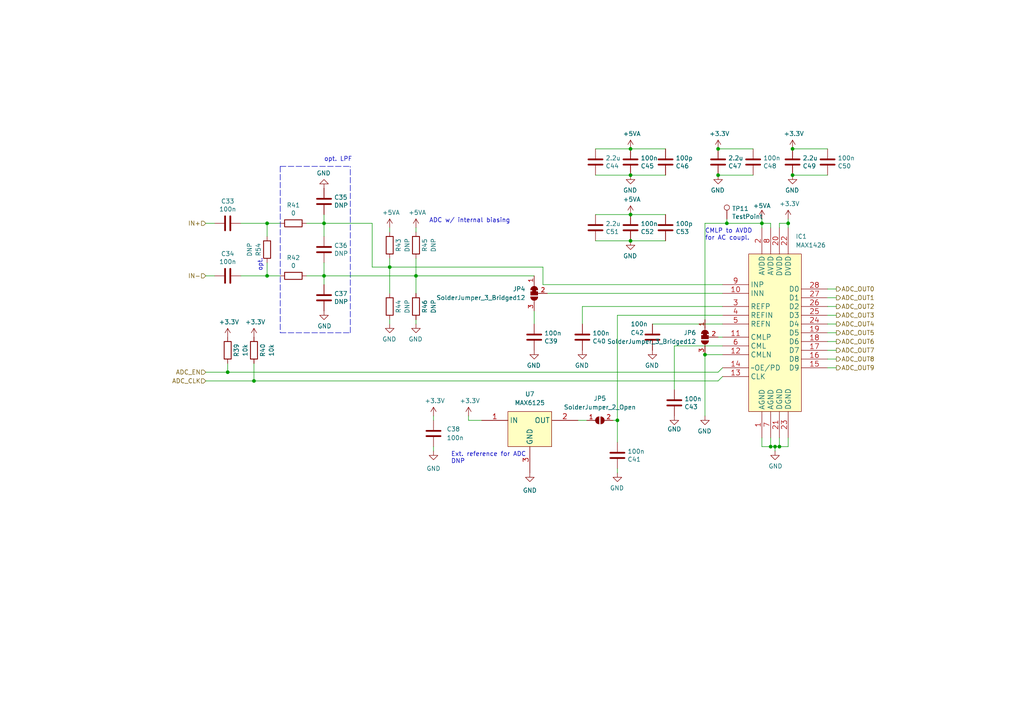
<source format=kicad_sch>
(kicad_sch (version 20211123) (generator eeschema)
  (paper "A4")
  (lib_symbols
    (symbol "Connector:TestPoint" (pin_numbers hide) (pin_names (offset 0.762) hide)
      (property "Reference" "TP" (at 0 6.858 0))
      (property "Value" "TestPoint" (at 0 5.08 0))
      (symbol "TestPoint_0_1"
        (circle (center 0 3.302) (radius 0.762))
      )
      (symbol "TestPoint_1_1"
        (pin passive line (at 0 0 90) (length 2.54) (name "1") (number "1"))
      )
    )
    (symbol "Device:C" (pin_numbers hide) (pin_names (offset 0.254))
      (property "Reference" "C" (at 0.635 2.54 0))
      (property "Value" "C" (at 0.635 -2.54 0))
      (symbol "C_0_1"
        (polyline (pts (xy -2.032 -0.762) (xy 2.032 -0.762)) (stroke (width 0.508)))
        (polyline (pts (xy -2.032 0.762) (xy 2.032 0.762)) (stroke (width 0.508)))
      )
      (symbol "C_1_1"
        (pin passive line (at 0 3.81 270) (length 2.794) (name "~") (number "1"))
        (pin passive line (at 0 -3.81 90) (length 2.794) (name "~") (number "2"))
      )
    )
    (symbol "Device:R" (pin_numbers hide) (pin_names (offset 0))
      (property "Reference" "R" (at 2.032 0 90))
      (property "Value" "R" (at 0 0 90))
      (symbol "R_0_1"
        (rectangle (start -1.016 -2.54) (end 1.016 2.54) (stroke (width 0.254)))
      )
      (symbol "R_1_1"
        (pin passive line (at 0 3.81 270) (length 1.27) (name "~") (number "1"))
        (pin passive line (at 0 -3.81 90) (length 1.27) (name "~") (number "2"))
      )
    )
    (symbol "Jumper:SolderJumper_2_Open" (pin_names (offset 0) hide)
      (property "Reference" "JP" (at 0 2.032 0))
      (property "Value" "SolderJumper_2_Open" (at 0 -2.54 0))
      (symbol "SolderJumper_2_Open_0_1"
        (arc (start -0.254 1.016) (mid -1.27 0) (end -0.254 -1.016))
        (arc (start -0.254 1.016) (mid -1.27 0) (end -0.254 -1.016) (fill (type outline)))
        (polyline (pts (xy -0.254 1.016) (xy -0.254 -1.016)))
        (polyline (pts (xy 0.254 1.016) (xy 0.254 -1.016)))
        (arc (start 0.254 -1.016) (mid 1.27 0) (end 0.254 1.016))
        (arc (start 0.254 -1.016) (mid 1.27 0) (end 0.254 1.016) (fill (type outline)))
      )
      (symbol "SolderJumper_2_Open_1_1"
        (pin passive line (at -3.81 0 0) (length 2.54) (name "A") (number "1"))
        (pin passive line (at 3.81 0 180) (length 2.54) (name "B") (number "2"))
      )
    )
    (symbol "Jumper:SolderJumper_3_Bridged12" (pin_names (offset 0) hide)
      (property "Reference" "JP" (at -2.54 -2.54 0))
      (property "Value" "SolderJumper_3_Bridged12" (at 0 2.794 0))
      (symbol "SolderJumper_3_Bridged12_0_1"
        (rectangle (start -1.016 0.508) (end -0.508 -0.508) (fill (type outline)))
        (arc (start -1.016 1.016) (mid -2.032 0) (end -1.016 -1.016))
        (arc (start -1.016 1.016) (mid -2.032 0) (end -1.016 -1.016) (fill (type outline)))
        (rectangle (start -0.508 1.016) (end 0.508 -1.016) (fill (type outline)))
        (polyline (pts (xy -2.54 0) (xy -2.032 0)))
        (polyline (pts (xy -1.016 1.016) (xy -1.016 -1.016)))
        (polyline (pts (xy 0 -1.27) (xy 0 -1.016)))
        (polyline (pts (xy 1.016 1.016) (xy 1.016 -1.016)))
        (polyline (pts (xy 2.54 0) (xy 2.032 0)))
        (arc (start 1.016 -1.016) (mid 2.032 0) (end 1.016 1.016))
        (arc (start 1.016 -1.016) (mid 2.032 0) (end 1.016 1.016) (fill (type outline)))
      )
      (symbol "SolderJumper_3_Bridged12_1_1"
        (pin passive line (at -5.08 0 0) (length 2.54) (name "A") (number "1"))
        (pin passive line (at 0 -3.81 90) (length 2.54) (name "C") (number "2"))
        (pin passive line (at 5.08 0 180) (length 2.54) (name "B") (number "3"))
      )
    )
    (symbol "UserLibrary:MAX1426"
      (property "Reference" "IC" (at -11.43 0 0))
      (property "Value" "MAX1426" (at -11.43 -2.54 0))
      (symbol "MAX1426_0_1"
        (rectangle (start -7.62 -5.08) (end 7.62 -50.8) (fill (type background)))
      )
      (symbol "MAX1426_1_1"
        (pin power_in line (at -3.81 -58.42 90) (length 7.62) (name "AGND") (number "1"))
        (pin input line (at -15.24 -16.51 0) (length 7.62) (name "INN") (number "10"))
        (pin input line (at -15.24 -29.21 0) (length 7.62) (name "CMLP") (number "11"))
        (pin input line (at -15.24 -34.29 0) (length 7.62) (name "CMLN") (number "12"))
        (pin input line (at -15.24 -40.64 0) (length 7.62) (name "CLK") (number "13"))
        (pin input line (at -15.24 -38.1 0) (length 7.62) (name "~OE/PD") (number "14"))
        (pin input line (at 15.24 -38.1 180) (length 7.62) (name "D9") (number "15"))
        (pin input line (at 15.24 -35.56 180) (length 7.62) (name "D8") (number "16"))
        (pin input line (at 15.24 -33.02 180) (length 7.62) (name "D7") (number "17"))
        (pin input line (at 15.24 -30.48 180) (length 7.62) (name "D6") (number "18"))
        (pin input line (at 15.24 -27.94 180) (length 7.62) (name "D5") (number "19"))
        (pin power_in line (at -3.81 2.54 270) (length 7.62) (name "AVDD") (number "2"))
        (pin power_in line (at 1.27 2.54 270) (length 7.62) (name "DVDD") (number "20"))
        (pin power_in line (at 1.27 -58.42 90) (length 7.62) (name "DGND") (number "21"))
        (pin power_in line (at 3.81 2.54 270) (length 7.62) (name "DVDD") (number "22"))
        (pin power_in line (at 3.81 -58.42 90) (length 7.62) (name "DGND") (number "23"))
        (pin input line (at 15.24 -25.4 180) (length 7.62) (name "D4") (number "24"))
        (pin input line (at 15.24 -22.86 180) (length 7.62) (name "D3") (number "25"))
        (pin input line (at 15.24 -20.32 180) (length 7.62) (name "D2") (number "26"))
        (pin input line (at 15.24 -17.78 180) (length 7.62) (name "D1") (number "27"))
        (pin input line (at 15.24 -15.24 180) (length 7.62) (name "D0") (number "28"))
        (pin input line (at -15.24 -20.32 0) (length 7.62) (name "REFP") (number "3"))
        (pin input line (at -15.24 -22.86 0) (length 7.62) (name "REFIN") (number "4"))
        (pin input line (at -15.24 -25.4 0) (length 7.62) (name "REFN") (number "5"))
        (pin input line (at -15.24 -31.75 0) (length 7.62) (name "CML") (number "6"))
        (pin power_in line (at -1.27 -58.42 90) (length 7.62) (name "AGND") (number "7"))
        (pin power_in line (at -1.27 2.54 270) (length 7.62) (name "AVDD") (number "8"))
        (pin input line (at -15.24 -13.97 0) (length 7.62) (name "INP") (number "9"))
      )
    )
    (symbol "UserLibrary:MAX6125"
      (property "Reference" "U?" (at 0 5.08 0))
      (property "Value" "MAX6125" (at 0 2.54 0))
      (symbol "MAX6125_0_1"
        (rectangle (start -6.35 0) (end 6.35 -10.16) (fill (type background)))
      )
      (symbol "MAX6125_1_1"
        (pin power_in line (at -13.97 -2.54 0) (length 7.62) (name "IN") (number "1"))
        (pin output line (at 13.97 -2.54 180) (length 7.62) (name "OUT") (number "2"))
        (pin power_in line (at 0 -17.78 90) (length 7.62) (name "GND") (number "3"))
      )
    )
    (symbol "power:+3.3V" (power) (pin_names (offset 0))
      (property "Value" "+3.3V" (at 0 3.556 0))
      (symbol "+3.3V_0_1"
        (polyline (pts (xy -0.762 1.27) (xy 0 2.54)))
        (polyline (pts (xy 0 0) (xy 0 2.54)))
        (polyline (pts (xy 0 2.54) (xy 0.762 1.27)))
      )
      (symbol "+3.3V_1_1"
        (pin power_in line (at 0 0 90) (length 0) hide (name "+3.3V") (number "1"))
      )
    )
    (symbol "power:+5VA" (power) (pin_names (offset 0))
      (property "Value" "+5VA" (at 0 3.556 0))
      (symbol "+5VA_0_1"
        (polyline (pts (xy -0.762 1.27) (xy 0 2.54)))
        (polyline (pts (xy 0 0) (xy 0 2.54)))
        (polyline (pts (xy 0 2.54) (xy 0.762 1.27)))
      )
      (symbol "+5VA_1_1"
        (pin power_in line (at 0 0 90) (length 0) hide (name "+5VA") (number "1"))
      )
    )
    (symbol "power:GND" (power) (pin_names (offset 0))
      (property "Value" "GND" (at 0 -3.81 0))
      (symbol "GND_0_1"
        (polyline (pts (xy 0 0) (xy 0 -1.27) (xy 1.27 -1.27) (xy 0 -2.54) (xy -1.27 -1.27) (xy 0 -1.27)))
      )
      (symbol "GND_1_1"
        (pin power_in line (at 0 0 270) (length 0) hide (name "GND") (number "1"))
      )
    )
  )
  (junction (at 182.88 69.85))
  (junction (at 113.03 77.47))
  (junction (at 93.98 80.01))
  (junction (at 66.04 107.95))
  (junction (at 229.87 50.8))
  (junction (at 220.98 64.77))
  (junction (at 208.28 43.18))
  (junction (at 228.6 64.77))
  (junction (at 204.47 102.87))
  (junction (at 229.87 43.18))
  (junction (at 77.47 64.77))
  (junction (at 179.07 121.92))
  (junction (at 182.88 62.23))
  (junction (at 208.28 50.8))
  (junction (at 182.88 50.8))
  (junction (at 210.82 64.77))
  (junction (at 224.79 129.54))
  (junction (at 77.47 80.01))
  (junction (at 223.52 129.54))
  (junction (at 93.98 64.77))
  (junction (at 226.06 129.54))
  (junction (at 73.66 110.49))
  (junction (at 182.88 43.18))
  (junction (at 120.65 80.01))
  (wire (pts (xy 113.03 74.93) (xy 113.03 77.47)))
  (wire (pts (xy 204.47 64.77) (xy 204.47 92.71)))
  (wire (pts (xy 209.55 88.9) (xy 168.91 88.9)))
  (wire (pts (xy 120.65 66.04) (xy 120.65 67.31)))
  (wire (pts (xy 120.65 80.01) (xy 154.94 80.01)))
  (wire (pts (xy 242.57 86.36) (xy 240.03 86.36)))
  (polyline (pts (xy 81.28 96.52) (xy 101.6 96.52)))
  (wire (pts (xy 209.55 97.79) (xy 208.28 97.79)))
  (wire (pts (xy 204.47 102.87) (xy 204.47 120.65)))
  (wire (pts (xy 77.47 64.77) (xy 77.47 68.58)))
  (polyline (pts (xy 81.28 48.26) (xy 81.28 96.52)))
  (wire (pts (xy 242.57 93.98) (xy 240.03 93.98)))
  (wire (pts (xy 125.73 120.65) (xy 125.73 121.92)))
  (wire (pts (xy 88.9 80.01) (xy 93.98 80.01)))
  (wire (pts (xy 113.03 77.47) (xy 113.03 85.09)))
  (wire (pts (xy 210.82 63.5) (xy 210.82 64.77)))
  (wire (pts (xy 220.98 127) (xy 220.98 129.54)))
  (wire (pts (xy 223.52 127) (xy 223.52 129.54)))
  (wire (pts (xy 135.89 121.92) (xy 135.89 120.65)))
  (wire (pts (xy 208.28 50.8) (xy 218.44 50.8)))
  (wire (pts (xy 208.28 110.49) (xy 209.55 109.22)))
  (wire (pts (xy 242.57 88.9) (xy 240.03 88.9)))
  (wire (pts (xy 93.98 64.77) (xy 107.95 64.77)))
  (wire (pts (xy 172.72 69.85) (xy 182.88 69.85)))
  (wire (pts (xy 59.69 110.49) (xy 73.66 110.49)))
  (wire (pts (xy 93.98 80.01) (xy 93.98 82.55)))
  (wire (pts (xy 208.28 107.95) (xy 209.55 106.68)))
  (wire (pts (xy 242.57 83.82) (xy 240.03 83.82)))
  (wire (pts (xy 113.03 66.04) (xy 113.03 67.31)))
  (wire (pts (xy 182.88 50.8) (xy 193.04 50.8)))
  (wire (pts (xy 88.9 64.77) (xy 93.98 64.77)))
  (wire (pts (xy 226.06 66.04) (xy 226.06 64.77)))
  (wire (pts (xy 220.98 129.54) (xy 223.52 129.54)))
  (wire (pts (xy 120.65 80.01) (xy 120.65 85.09)))
  (wire (pts (xy 154.94 93.98) (xy 154.94 90.17)))
  (wire (pts (xy 228.6 129.54) (xy 228.6 127)))
  (wire (pts (xy 179.07 137.16) (xy 179.07 135.89)))
  (wire (pts (xy 120.65 74.93) (xy 120.65 80.01)))
  (wire (pts (xy 223.52 64.77) (xy 223.52 66.04)))
  (wire (pts (xy 182.88 62.23) (xy 193.04 62.23)))
  (wire (pts (xy 77.47 64.77) (xy 81.28 64.77)))
  (wire (pts (xy 77.47 80.01) (xy 81.28 80.01)))
  (wire (pts (xy 179.07 91.44) (xy 179.07 121.92)))
  (wire (pts (xy 59.69 64.77) (xy 62.23 64.77)))
  (wire (pts (xy 113.03 77.47) (xy 157.48 77.47)))
  (wire (pts (xy 224.79 129.54) (xy 226.06 129.54)))
  (wire (pts (xy 139.7 121.92) (xy 135.89 121.92)))
  (wire (pts (xy 66.04 107.95) (xy 208.28 107.95)))
  (wire (pts (xy 220.98 63.5) (xy 220.98 64.77)))
  (wire (pts (xy 195.58 100.33) (xy 195.58 113.03)))
  (wire (pts (xy 158.75 85.09) (xy 209.55 85.09)))
  (wire (pts (xy 93.98 64.77) (xy 93.98 68.58)))
  (wire (pts (xy 195.58 100.33) (xy 209.55 100.33)))
  (wire (pts (xy 210.82 64.77) (xy 220.98 64.77)))
  (wire (pts (xy 167.64 121.92) (xy 170.18 121.92)))
  (wire (pts (xy 242.57 104.14) (xy 240.03 104.14)))
  (polyline (pts (xy 81.28 48.26) (xy 101.6 48.26)))
  (wire (pts (xy 242.57 91.44) (xy 240.03 91.44)))
  (wire (pts (xy 93.98 80.01) (xy 120.65 80.01)))
  (wire (pts (xy 242.57 106.68) (xy 240.03 106.68)))
  (wire (pts (xy 208.28 43.18) (xy 218.44 43.18)))
  (wire (pts (xy 209.55 91.44) (xy 179.07 91.44)))
  (wire (pts (xy 208.28 110.49) (xy 73.66 110.49)))
  (wire (pts (xy 223.52 129.54) (xy 224.79 129.54)))
  (wire (pts (xy 66.04 105.41) (xy 66.04 107.95)))
  (wire (pts (xy 179.07 121.92) (xy 179.07 128.27)))
  (wire (pts (xy 168.91 88.9) (xy 168.91 93.98)))
  (wire (pts (xy 59.69 107.95) (xy 66.04 107.95)))
  (wire (pts (xy 220.98 64.77) (xy 220.98 66.04)))
  (wire (pts (xy 93.98 62.23) (xy 93.98 64.77)))
  (wire (pts (xy 226.06 64.77) (xy 228.6 64.77)))
  (wire (pts (xy 73.66 105.41) (xy 73.66 110.49)))
  (wire (pts (xy 209.55 93.98) (xy 189.23 93.98)))
  (wire (pts (xy 242.57 96.52) (xy 240.03 96.52)))
  (wire (pts (xy 157.48 77.47) (xy 157.48 82.55)))
  (wire (pts (xy 177.8 121.92) (xy 179.07 121.92)))
  (wire (pts (xy 242.57 99.06) (xy 240.03 99.06)))
  (wire (pts (xy 224.79 129.54) (xy 224.79 130.81)))
  (wire (pts (xy 59.69 80.01) (xy 62.23 80.01)))
  (wire (pts (xy 113.03 93.98) (xy 113.03 92.71)))
  (wire (pts (xy 229.87 43.18) (xy 240.03 43.18)))
  (wire (pts (xy 69.85 80.01) (xy 77.47 80.01)))
  (wire (pts (xy 69.85 64.77) (xy 77.47 64.77)))
  (wire (pts (xy 226.06 129.54) (xy 228.6 129.54)))
  (wire (pts (xy 226.06 127) (xy 226.06 129.54)))
  (wire (pts (xy 228.6 64.77) (xy 228.6 66.04)))
  (wire (pts (xy 172.72 43.18) (xy 182.88 43.18)))
  (wire (pts (xy 125.73 129.54) (xy 125.73 130.81)))
  (wire (pts (xy 204.47 64.77) (xy 210.82 64.77)))
  (wire (pts (xy 77.47 76.2) (xy 77.47 80.01)))
  (wire (pts (xy 209.55 82.55) (xy 157.48 82.55)))
  (wire (pts (xy 204.47 102.87) (xy 209.55 102.87)))
  (wire (pts (xy 228.6 63.5) (xy 228.6 64.77)))
  (wire (pts (xy 172.72 62.23) (xy 182.88 62.23)))
  (wire (pts (xy 93.98 76.2) (xy 93.98 80.01)))
  (wire (pts (xy 229.87 50.8) (xy 240.03 50.8)))
  (wire (pts (xy 107.95 64.77) (xy 107.95 77.47)))
  (polyline (pts (xy 101.6 96.52) (xy 101.6 48.26)))
  (wire (pts (xy 107.95 77.47) (xy 113.03 77.47)))
  (wire (pts (xy 172.72 50.8) (xy 182.88 50.8)))
  (wire (pts (xy 242.57 101.6) (xy 240.03 101.6)))
  (wire (pts (xy 182.88 43.18) (xy 193.04 43.18)))
  (wire (pts (xy 182.88 69.85) (xy 193.04 69.85)))
  (wire (pts (xy 220.98 64.77) (xy 223.52 64.77)))
  (wire (pts (xy 120.65 93.98) (xy 120.65 92.71)))
  (text "CMLP to AVDD\nfor AC coupl." (at 204.47 69.85 0) (effects (font (size 1.27 1.27)) (justify left bottom)))
  (text "opt. LPF" (at 93.98 46.99 0) (effects (font (size 1.27 1.27)) (justify left bottom)))
  (text "Ext. reference for ADC\nDNP" (at 130.81 134.62 0) (effects (font (size 1.27 1.27)) (justify left bottom)))
  (text "ADC w/ internal biasing" (at 124.46 64.77 0) (effects (font (size 1.27 1.27)) (justify left bottom)))
  (text "opt." (at 76.2 78.74 90) (effects (font (size 1.27 1.27)) (justify left bottom)))
  (hierarchical_label "ADC_OUT8" (shape output) (at 242.57 104.14 0))
  (hierarchical_label "ADC_OUT1" (shape output) (at 242.57 86.36 0))
  (hierarchical_label "IN-" (shape input) (at 59.69 80.01 180))
  (hierarchical_label "ADC_OUT6" (shape output) (at 242.57 99.06 0))
  (hierarchical_label "IN+" (shape input) (at 59.69 64.77 180))
  (hierarchical_label "ADC_OUT3" (shape output) (at 242.57 91.44 0))
  (hierarchical_label "ADC_OUT9" (shape output) (at 242.57 106.68 0))
  (hierarchical_label "ADC_OUT2" (shape output) (at 242.57 88.9 0))
  (hierarchical_label "ADC_CLK" (shape input) (at 59.69 110.49 180))
  (hierarchical_label "ADC_OUT7" (shape output) (at 242.57 101.6 0))
  (hierarchical_label "ADC_OUT5" (shape output) (at 242.57 96.52 0))
  (hierarchical_label "ADC_OUT0" (shape output) (at 242.57 83.82 0))
  (hierarchical_label "ADC_EN" (shape input) (at 59.69 107.95 180))
  (hierarchical_label "ADC_OUT4" (shape output) (at 242.57 93.98 0))
  (symbol (lib_id "Device:C") (at 154.94 97.79 0) (mirror x) (unit 1)
    (property "Reference" "C39" (at 157.861 98.9584 0) (effects (justify left)))
    (property "Value" "100n" (at 157.861 96.647 0) (effects (justify left)))
    (property "Footprint" "Capacitor_SMD:C_0603_1608Metric_Pad1.08x0.95mm_HandSolder" (effects hide))
  )
  (symbol (lib_id "Device:C") (at 229.87 46.99 0) (mirror x) (unit 1)
    (property "Reference" "C49" (at 232.791 48.1584 0) (effects (justify left)))
    (property "Value" "2.2u" (at 232.791 45.847 0) (effects (justify left)))
    (property "Footprint" "Capacitor_SMD:C_0603_1608Metric_Pad1.08x0.95mm_HandSolder" (effects hide))
  )
  (symbol (lib_id "power:+3.3V") (at 135.89 120.65 0) (unit 1)
    (property "Reference" "#PWR081" (effects hide))
    (property "Value" "+3.3V" (at 136.271 116.2558 0))
  )
  (symbol (lib_id "power:+3.3V") (at 228.6 63.5 0) (unit 1)
    (property "Reference" "#PWR091" (effects hide))
    (property "Value" "+3.3V" (at 228.981 59.1058 0))
  )
  (symbol (lib_id "power:GND") (at 189.23 101.6 0) (mirror y) (unit 1)
    (property "Reference" "#PWR086" (effects hide))
    (property "Value" "GND" (at 189.103 105.9942 0))
  )
  (symbol (lib_id "UserLibrary:MAX6125") (at 153.67 119.38 0) (unit 1)
    (property "Reference" "U7" (at 153.67 114.3 0))
    (property "Value" "MAX6125" (at 153.67 116.84 0))
    (property "Footprint" "Package_TO_SOT_SMD:SOT-23" (effects hide))
  )
  (symbol (lib_id "power:GND") (at 93.98 54.61 180) (unit 1)
    (property "Reference" "#PWR073" (effects hide))
    (property "Value" "GND" (at 93.853 50.2158 0))
  )
  (symbol (lib_id "Device:R") (at 85.09 64.77 270) (unit 1)
    (property "Reference" "R41" (at 85.09 59.5122 90))
    (property "Value" "0" (at 85.09 61.8236 90))
    (property "Footprint" "Resistor_SMD:R_0603_1608Metric_Pad0.98x0.95mm_HandSolder" (effects hide))
  )
  (symbol (lib_id "Device:C") (at 172.72 66.04 0) (mirror x) (unit 1)
    (property "Reference" "C51" (at 175.641 67.2084 0) (effects (justify left)))
    (property "Value" "2.2u" (at 175.641 64.897 0) (effects (justify left)))
    (property "Footprint" "Capacitor_SMD:C_0603_1608Metric_Pad1.08x0.95mm_HandSolder" (effects hide))
  )
  (symbol (lib_id "power:GND") (at 204.47 120.65 0) (mirror y) (unit 1)
    (property "Reference" "#PWR088" (effects hide))
    (property "Value" "GND" (at 204.343 125.0442 0))
  )
  (symbol (lib_id "power:GND") (at 179.07 137.16 0) (mirror y) (unit 1)
    (property "Reference" "#PWR085" (effects hide))
    (property "Value" "GND" (at 178.943 141.5542 0))
  )
  (symbol (lib_id "Device:C") (at 193.04 66.04 0) (mirror x) (unit 1)
    (property "Reference" "C53" (at 195.961 67.2084 0) (effects (justify left)))
    (property "Value" "100p" (at 195.961 64.897 0) (effects (justify left)))
    (property "Footprint" "Capacitor_SMD:C_0603_1608Metric_Pad1.08x0.95mm_HandSolder" (effects hide))
  )
  (symbol (lib_id "power:+3.3V") (at 229.87 43.18 0) (unit 1)
    (property "Reference" "#PWR094" (effects hide))
    (property "Value" "+3.3V" (at 230.251 38.7858 0))
  )
  (symbol (lib_id "power:GND") (at 113.03 93.98 0) (mirror y) (unit 1)
    (property "Reference" "#PWR076" (effects hide))
    (property "Value" "GND" (at 112.903 98.3742 0))
  )
  (symbol (lib_id "Device:R") (at 120.65 71.12 0) (unit 1)
    (property "Reference" "R45" (at 123.19 71.12 90))
    (property "Value" "DNP" (at 125.73 71.12 90))
    (property "Footprint" "Resistor_SMD:R_0603_1608Metric_Pad0.98x0.95mm_HandSolder" (effects hide))
  )
  (symbol (lib_id "power:GND") (at 182.88 69.85 0) (mirror y) (unit 1)
    (property "Reference" "#PWR099" (effects hide))
    (property "Value" "GND" (at 182.753 74.2442 0))
  )
  (symbol (lib_id "power:+3.3V") (at 125.73 120.65 0) (unit 1)
    (property "Reference" "#PWR079" (effects hide))
    (property "Value" "+3.3V" (at 126.111 116.2558 0))
  )
  (symbol (lib_id "Device:C") (at 193.04 46.99 0) (mirror x) (unit 1)
    (property "Reference" "C46" (at 195.961 48.1584 0) (effects (justify left)))
    (property "Value" "100p" (at 195.961 45.847 0) (effects (justify left)))
    (property "Footprint" "Capacitor_SMD:C_0603_1608Metric_Pad1.08x0.95mm_HandSolder" (effects hide))
  )
  (symbol (lib_id "power:+5VA") (at 182.88 43.18 0) (unit 1)
    (property "Reference" "#PWR092" (effects hide))
    (property "Value" "+5VA" (at 183.261 38.7858 0))
  )
  (symbol (lib_id "Device:C") (at 182.88 66.04 0) (mirror x) (unit 1)
    (property "Reference" "C52" (at 185.801 67.2084 0) (effects (justify left)))
    (property "Value" "100n" (at 185.801 64.897 0) (effects (justify left)))
    (property "Footprint" "Capacitor_SMD:C_0603_1608Metric_Pad1.08x0.95mm_HandSolder" (effects hide))
  )
  (symbol (lib_id "Device:C") (at 208.28 46.99 0) (mirror x) (unit 1)
    (property "Reference" "C47" (at 211.201 48.1584 0) (effects (justify left)))
    (property "Value" "2.2u" (at 211.201 45.847 0) (effects (justify left)))
    (property "Footprint" "Capacitor_SMD:C_0603_1608Metric_Pad1.08x0.95mm_HandSolder" (effects hide))
  )
  (symbol (lib_id "Device:C") (at 66.04 64.77 270) (unit 1)
    (property "Reference" "C33" (at 66.04 58.3692 90))
    (property "Value" "100n" (at 66.04 60.6806 90))
    (property "Footprint" "Capacitor_SMD:C_0603_1608Metric_Pad1.08x0.95mm_HandSolder" (effects hide))
  )
  (symbol (lib_id "power:GND") (at 153.67 137.16 0) (unit 1)
    (property "Reference" "#PWR082" (effects hide))
    (property "Value" "GND" (at 153.67 142.24 0))
  )
  (symbol (lib_id "Device:C") (at 93.98 58.42 0) (unit 1)
    (property "Reference" "C35" (at 96.901 57.2516 0) (effects (justify left)))
    (property "Value" "DNP" (at 96.901 59.563 0) (effects (justify left)))
    (property "Footprint" "Capacitor_SMD:C_0603_1608Metric_Pad1.08x0.95mm_HandSolder" (effects hide))
  )
  (symbol (lib_id "power:+5VA") (at 120.65 66.04 0) (unit 1)
    (property "Reference" "#PWR077" (effects hide))
    (property "Value" "+5VA" (at 121.031 61.6458 0))
  )
  (symbol (lib_id "power:GND") (at 120.65 93.98 0) (mirror y) (unit 1)
    (property "Reference" "#PWR078" (effects hide))
    (property "Value" "GND" (at 120.523 98.3742 0))
  )
  (symbol (lib_id "power:+5VA") (at 220.98 63.5 0) (unit 1)
    (property "Reference" "#PWR089" (effects hide))
    (property "Value" "+5VA" (at 220.98 59.69 0))
  )
  (symbol (lib_id "power:GND") (at 229.87 50.8 0) (mirror y) (unit 1)
    (property "Reference" "#PWR097" (effects hide))
    (property "Value" "GND" (at 229.743 55.1942 0))
  )
  (symbol (lib_id "Device:R") (at 120.65 88.9 0) (unit 1)
    (property "Reference" "R46" (at 123.19 88.9 90))
    (property "Value" "DNP" (at 125.73 88.9 90))
    (property "Footprint" "Resistor_SMD:R_0603_1608Metric_Pad0.98x0.95mm_HandSolder" (effects hide))
  )
  (symbol (lib_id "Connector:TestPoint") (at 210.82 63.5 0) (unit 1)
    (property "Reference" "TP11" (at 212.2932 60.5028 0) (effects (justify left)))
    (property "Value" "TestPoint" (at 212.2932 62.8142 0) (effects (justify left)))
    (property "Footprint" "TestPoint:TestPoint_Loop_D1.80mm_Drill1.0mm_Beaded" (effects hide))
  )
  (symbol (lib_id "power:GND") (at 125.73 130.81 0) (unit 1)
    (property "Reference" "#PWR080" (effects hide))
    (property "Value" "GND" (at 125.73 135.89 0))
  )
  (symbol (lib_id "Jumper:SolderJumper_2_Open") (at 173.99 121.92 0) (unit 1)
    (property "Reference" "JP5" (at 173.99 115.57 0))
    (property "Value" "SolderJumper_2_Open" (at 173.99 118.11 0))
    (property "Footprint" "Jumper:SolderJumper-2_P1.3mm_Open_RoundedPad1.0x1.5mm" (effects hide))
  )
  (symbol (lib_id "Device:R") (at 113.03 71.12 0) (unit 1)
    (property "Reference" "R43" (at 115.57 71.12 90))
    (property "Value" "DNP" (at 118.11 71.12 90))
    (property "Footprint" "Resistor_SMD:R_0603_1608Metric_Pad0.98x0.95mm_HandSolder" (effects hide))
  )
  (symbol (lib_id "Device:C") (at 179.07 132.08 0) (mirror x) (unit 1)
    (property "Reference" "C41" (at 181.991 133.2484 0) (effects (justify left)))
    (property "Value" "100n" (at 181.991 130.937 0) (effects (justify left)))
    (property "Footprint" "Capacitor_SMD:C_0603_1608Metric_Pad1.08x0.95mm_HandSolder" (effects hide))
  )
  (symbol (lib_id "power:GND") (at 168.91 101.6 0) (mirror y) (unit 1)
    (property "Reference" "#PWR084" (effects hide))
    (property "Value" "GND" (at 168.783 105.9942 0))
  )
  (symbol (lib_id "Device:C") (at 125.73 125.73 0) (unit 1)
    (property "Reference" "C38" (at 129.54 124.4599 0) (effects (justify left)))
    (property "Value" "100n" (at 129.54 126.9999 0) (effects (justify left)))
    (property "Footprint" "Capacitor_SMD:C_0603_1608Metric_Pad1.08x0.95mm_HandSolder" (effects hide))
  )
  (symbol (lib_id "Jumper:SolderJumper_3_Bridged12") (at 154.94 85.09 90) (mirror x) (unit 1)
    (property "Reference" "JP4" (at 152.4 83.8199 90) (effects (justify left)))
    (property "Value" "SolderJumper_3_Bridged12" (at 152.4 86.3599 90) (effects (justify left)))
    (property "Footprint" "Jumper:SolderJumper-3_P1.3mm_Bridged12_RoundedPad1.0x1.5mm" (effects hide))
  )
  (symbol (lib_id "power:GND") (at 154.94 101.6 0) (mirror y) (unit 1)
    (property "Reference" "#PWR083" (effects hide))
    (property "Value" "GND" (at 154.813 105.9942 0))
  )
  (symbol (lib_id "power:+5VA") (at 182.88 62.23 0) (unit 1)
    (property "Reference" "#PWR098" (effects hide))
    (property "Value" "+5VA" (at 183.261 57.8358 0))
  )
  (symbol (lib_id "UserLibrary:MAX1426") (at 224.79 68.58 0) (unit 1)
    (property "Reference" "IC1" (at 230.7451 68.58 0) (effects (justify left)))
    (property "Value" "MAX1426" (at 230.7451 71.12 0) (effects (justify left)))
    (property "Footprint" "Package_SO:SSOP-28_5.3x10.2mm_P0.65mm" (effects hide))
    (property "Datasheet" "https://www.analog.com/media/en/technical-documentation/data-sheets/max1426.pdf" (effects hide))
  )
  (symbol (lib_id "Device:R") (at 73.66 101.6 0) (unit 1)
    (property "Reference" "R40" (at 76.2 101.6 90))
    (property "Value" "10k" (at 78.74 101.6 90))
    (property "Footprint" "Resistor_SMD:R_0603_1608Metric_Pad0.98x0.95mm_HandSolder" (effects hide))
  )
  (symbol (lib_id "Device:R") (at 85.09 80.01 270) (unit 1)
    (property "Reference" "R42" (at 85.09 74.7522 90))
    (property "Value" "0" (at 85.09 77.0636 90))
    (property "Footprint" "Resistor_SMD:R_0603_1608Metric_Pad0.98x0.95mm_HandSolder" (effects hide))
  )
  (symbol (lib_id "Jumper:SolderJumper_3_Bridged12") (at 204.47 97.79 90) (mirror x) (unit 1)
    (property "Reference" "JP6" (at 201.93 96.5199 90) (effects (justify left)))
    (property "Value" "SolderJumper_3_Bridged12" (at 201.93 99.0599 90) (effects (justify left)))
    (property "Footprint" "Jumper:SolderJumper-3_P1.3mm_Bridged12_RoundedPad1.0x1.5mm" (effects hide))
  )
  (symbol (lib_id "power:GND") (at 93.98 90.17 0) (unit 1)
    (property "Reference" "#PWR074" (effects hide))
    (property "Value" "GND" (at 94.107 94.5642 0))
  )
  (symbol (lib_id "Device:C") (at 182.88 46.99 0) (mirror x) (unit 1)
    (property "Reference" "C45" (at 185.801 48.1584 0) (effects (justify left)))
    (property "Value" "100n" (at 185.801 45.847 0) (effects (justify left)))
    (property "Footprint" "Capacitor_SMD:C_0603_1608Metric_Pad1.08x0.95mm_HandSolder" (effects hide))
  )
  (symbol (lib_id "Device:C") (at 240.03 46.99 0) (mirror x) (unit 1)
    (property "Reference" "C50" (at 242.951 48.1584 0) (effects (justify left)))
    (property "Value" "100n" (at 242.951 45.847 0) (effects (justify left)))
    (property "Footprint" "Capacitor_SMD:C_0603_1608Metric_Pad1.08x0.95mm_HandSolder" (effects hide))
  )
  (symbol (lib_id "Device:C") (at 168.91 97.79 0) (mirror x) (unit 1)
    (property "Reference" "C40" (at 171.831 98.9584 0) (effects (justify left)))
    (property "Value" "100n" (at 171.831 96.647 0) (effects (justify left)))
    (property "Footprint" "Capacitor_SMD:C_0603_1608Metric_Pad1.08x0.95mm_HandSolder" (effects hide))
  )
  (symbol (lib_id "Device:C") (at 93.98 86.36 0) (unit 1)
    (property "Reference" "C37" (at 96.901 85.1916 0) (effects (justify left)))
    (property "Value" "DNP" (at 96.901 87.503 0) (effects (justify left)))
    (property "Footprint" "Capacitor_SMD:C_0603_1608Metric_Pad1.08x0.95mm_HandSolder" (effects hide))
  )
  (symbol (lib_id "Device:R") (at 77.47 72.39 180) (unit 1)
    (property "Reference" "R54" (at 74.93 72.39 90))
    (property "Value" "DNP" (at 72.39 72.39 90))
    (property "Footprint" "Resistor_SMD:R_0603_1608Metric_Pad0.98x0.95mm_HandSolder" (effects hide))
  )
  (symbol (lib_id "power:GND") (at 195.58 120.65 0) (mirror y) (unit 1)
    (property "Reference" "#PWR087" (effects hide))
    (property "Value" "GND" (at 195.58 124.46 0))
  )
  (symbol (lib_id "power:GND") (at 208.28 50.8 0) (mirror y) (unit 1)
    (property "Reference" "#PWR096" (effects hide))
    (property "Value" "GND" (at 208.153 55.1942 0))
  )
  (symbol (lib_id "Device:C") (at 195.58 116.84 0) (mirror x) (unit 1)
    (property "Reference" "C43" (at 198.501 118.0084 0) (effects (justify left)))
    (property "Value" "100n" (at 198.501 115.697 0) (effects (justify left)))
    (property "Footprint" "Capacitor_SMD:C_0603_1608Metric_Pad1.08x0.95mm_HandSolder" (effects hide))
  )
  (symbol (lib_id "Device:C") (at 66.04 80.01 270) (unit 1)
    (property "Reference" "C34" (at 66.04 73.6092 90))
    (property "Value" "100n" (at 66.04 75.9206 90))
    (property "Footprint" "Capacitor_SMD:C_0603_1608Metric_Pad1.08x0.95mm_HandSolder" (effects hide))
  )
  (symbol (lib_id "power:+3.3V") (at 208.28 43.18 0) (unit 1)
    (property "Reference" "#PWR093" (effects hide))
    (property "Value" "+3.3V" (at 208.661 38.7858 0))
  )
  (symbol (lib_id "Device:C") (at 172.72 46.99 0) (mirror x) (unit 1)
    (property "Reference" "C44" (at 175.641 48.1584 0) (effects (justify left)))
    (property "Value" "2.2u" (at 175.641 45.847 0) (effects (justify left)))
    (property "Footprint" "Capacitor_SMD:C_0603_1608Metric_Pad1.08x0.95mm_HandSolder" (effects hide))
  )
  (symbol (lib_id "Device:C") (at 218.44 46.99 0) (mirror x) (unit 1)
    (property "Reference" "C48" (at 221.361 48.1584 0) (effects (justify left)))
    (property "Value" "100n" (at 221.361 45.847 0) (effects (justify left)))
    (property "Footprint" "Capacitor_SMD:C_0603_1608Metric_Pad1.08x0.95mm_HandSolder" (effects hide))
  )
  (symbol (lib_id "Device:R") (at 66.04 101.6 0) (unit 1)
    (property "Reference" "R39" (at 68.58 101.6 90))
    (property "Value" "10k" (at 71.12 101.6 90))
    (property "Footprint" "Resistor_SMD:R_0603_1608Metric_Pad0.98x0.95mm_HandSolder" (effects hide))
  )
  (symbol (lib_id "power:+3.3V") (at 66.04 97.79 0) (unit 1)
    (property "Reference" "#PWR071" (effects hide))
    (property "Value" "+3.3V" (at 66.421 93.3958 0))
  )
  (symbol (lib_id "Device:C") (at 93.98 72.39 0) (unit 1)
    (property "Reference" "C36" (at 96.901 71.2216 0) (effects (justify left)))
    (property "Value" "DNP" (at 96.901 73.533 0) (effects (justify left)))
    (property "Footprint" "Capacitor_SMD:C_0603_1608Metric_Pad1.08x0.95mm_HandSolder" (effects hide))
  )
  (symbol (lib_id "Device:C") (at 189.23 97.79 0) (mirror x) (unit 1)
    (property "Reference" "C42" (at 182.88 96.52 0) (effects (justify left)))
    (property "Value" "100n" (at 182.88 93.98 0) (effects (justify left)))
    (property "Footprint" "Capacitor_SMD:C_0603_1608Metric_Pad1.08x0.95mm_HandSolder" (effects hide))
  )
  (symbol (lib_id "power:+5VA") (at 113.03 66.04 0) (unit 1)
    (property "Reference" "#PWR075" (effects hide))
    (property "Value" "+5VA" (at 113.411 61.6458 0))
  )
  (symbol (lib_id "power:GND") (at 224.79 130.81 0) (unit 1)
    (property "Reference" "#PWR090" (effects hide))
    (property "Value" "GND" (at 224.917 135.2042 0))
  )
  (symbol (lib_id "power:+3.3V") (at 73.66 97.79 0) (unit 1)
    (property "Reference" "#PWR072" (effects hide))
    (property "Value" "+3.3V" (at 74.041 93.3958 0))
  )
  (symbol (lib_id "power:GND") (at 182.88 50.8 0) (mirror y) (unit 1)
    (property "Reference" "#PWR095" (effects hide))
    (property "Value" "GND" (at 182.753 55.1942 0))
  )
  (symbol (lib_id "Device:R") (at 113.03 88.9 0) (unit 1)
    (property "Reference" "R44" (at 115.57 88.9 90))
    (property "Value" "DNP" (at 118.11 88.9 90))
    (property "Footprint" "Resistor_SMD:R_0603_1608Metric_Pad0.98x0.95mm_HandSolder" (effects hide))
  )
)
</source>
